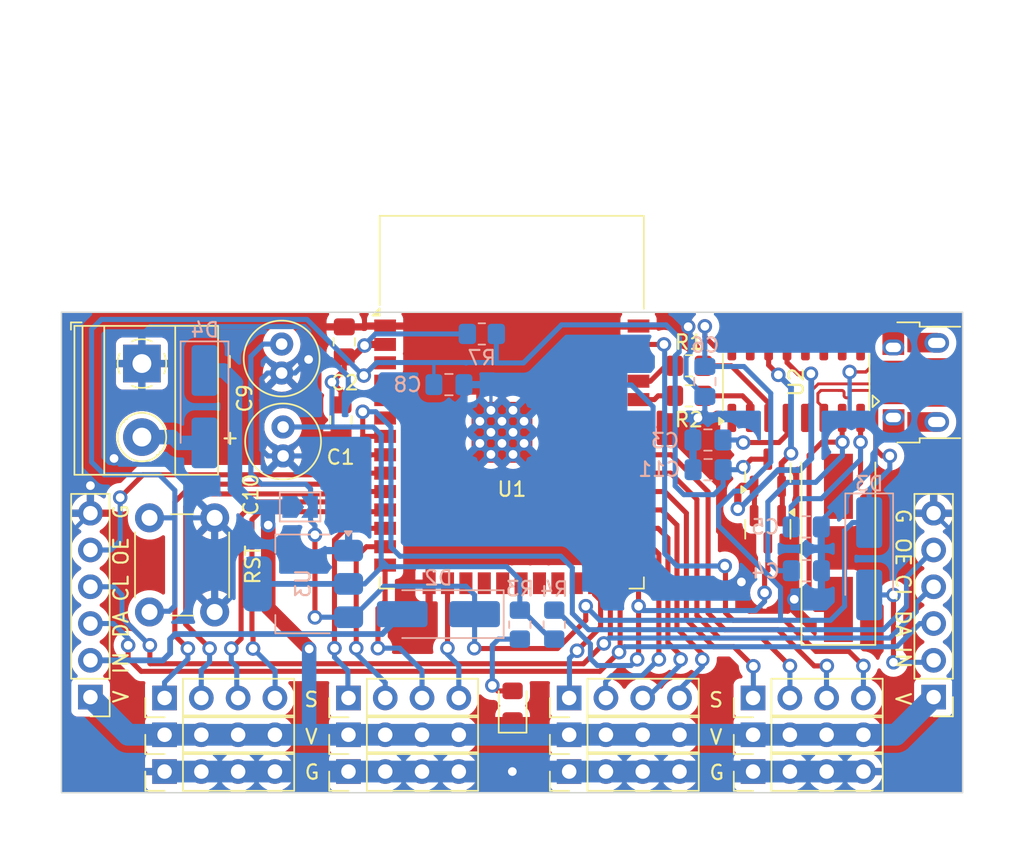
<source format=kicad_pcb>
(kicad_pcb (version 20241229) (generator "pcbnew") (generator_version "9.0")
  (title_block (title "ESP32_PCA9685") (date "2025-02-04") (rev "1") (company "Elka Digital"))
  (layers (0 "F.Cu" signal) (2 "B.Cu" signal) (13 "F.Paste" user) (15 "B.Paste" user) (5 "F.SilkS" user "F.Silkscreen") (7 "B.SilkS" user "B.Silkscreen") (1 "F.Mask" user) (3 "B.Mask" user) (25 "Edge.Cuts" user))
  (net 0 "")
  (net 1 "+3V3")
  (net 2 "GND")
  (net 3 "Net-(U2-V3)")
  (net 4 "Net-(U2-XI)")
  (net 5 "Net-(U2-XO)")
  (net 6 "VCC")
  (net 7 "+5V")
  (net 8 "Reset")
  (net 9 "Net-(D1-A)")
  (net 10 "Net-(D2-A)")
  (net 11 "Net-(D3-A)")
  (net 24 "USB_D-")
  (net 25 "USB_D+")
  (net 27 "PWM2")
  (net 28 "PWM4")
  (net 29 "PWM1")
  (net 30 "PWM3")
  (net 31 "PWM5")
  (net 32 "PWM7")
  (net 33 "PWM8")
  (net 34 "PWM6")
  (net 35 "PWM9")
  (net 36 "PWM10")
  (net 37 "PWM12")
  (net 38 "PWM11")
  (net 39 "PWM16")
  (net 40 "PWM13")
  (net 41 "PWM15")
  (net 42 "PWM14")
  (net 43 "I2C_SDA")
  (net 44 "OE")
  (net 45 "I2C_SCL")
  (net 46 "DTR")
  (net 47 "RTS")
  (net 48 "IO0")
  (net 49 "Net-(U1-TXD0{slash}IO1)")
  (net 50 "Net-(U1-RXD0{slash}IO3)")
  (net 67 "/RX_D-")
  (net 68 "/TX_D+")
  (net 69 "Net-(D4-A)")
  (footprint "Connector_PinHeader_2.54mm:PinHeader_1x04_P2.54mm_Vertical" (layer "F.Cu") (at 157.83 92.705 90)
    (property "Reference" "J10" (hide yes))
    (property "Value" "Conn_01x04_Pin")
  )
  (footprint "Connector_PinHeader_2.54mm:PinHeader_1x04_P2.54mm_Vertical" (layer "F.Cu") (at 145.13 90.165 90)
    (property "Reference" "J5" (hide yes))
    (property "Value" "Conn_01x04_Pin")
  )
  (footprint "Connector_PinHeader_2.54mm:PinHeader_1x04_P2.54mm_Vertical" (layer "F.Cu") (at 117.19 92.705 90)
    (property "Reference" "J7" (hide yes))
    (property "Value" "Conn_01x04_Pin")
  )
  (footprint "Connector_PinHeader_2.54mm:PinHeader_1x04_P2.54mm_Vertical" (layer "F.Cu") (at 129.89 90.165 90)
    (property "Reference" "J4" (hide yes))
    (property "Value" "Conn_01x04_Pin")
  )
  (footprint "Connector_PinHeader_2.54mm:PinHeader_1x04_P2.54mm_Vertical" (layer "F.Cu") (at 157.83 90.165 90)
    (property "Reference" "J6" (hide yes))
    (property "Value" "Conn_01x04_Pin")
  )
  (footprint "Package_TO_SOT_SMD:SOT-23" (layer "F.Cu") (at 158.85 78.5125 -90)
    (property "Reference" "Q2" (hide yes))
    (property "Value" "BSS138")
  )
  (footprint "Connector_PinHeader_2.54mm:PinHeader_1x06_P2.54mm_Vertical" (layer "F.Cu") (at 112.07 90.105 180)
    (property "Reference" "J15" (hide yes))
    (property "Value" "Conn_01x06_Pin")
  )
  (footprint "Button_Switch_THT:SW_PUSH_6mm" (layer "F.Cu") (at 116.15 84.225 90)
    (property "Reference" "Reset1" (hide yes))
    (property "Value" "SW_Push")
  )
  (footprint "Connector_PinHeader_2.54mm:PinHeader_1x04_P2.54mm_Vertical" (layer "F.Cu") (at 129.89 92.705 90)
    (property "Reference" "J8" (hide yes))
    (property "Value" "Conn_01x04_Pin")
  )
  (footprint "RF_Module:ESP32-WROOM-32" (layer "F.Cu") (at 141.17 72.73)
    (property "Reference" "U1")
    (property "Value" "ESP32-WROOM-32D")
  )
  (footprint "Resistor_SMD:R_0805_2012Metric_Pad1.20x1.40mm_HandSolder" (layer "F.Cu") (at 153.4 69.3 180)
    (property "Reference" "R2")
    (property "Value" "0R")
  )
  (footprint "Capacitor_THT:C_Radial_D5.0mm_H11.0mm_P2.00mm" (layer "F.Cu") (at 125.275 65.725 -90)
    (property "Reference" "C9")
    (property "Value" "10uF")
  )
  (footprint "Connector_PinHeader_2.54mm:PinHeader_1x06_P2.54mm_Vertical" (layer "F.Cu") (at 170.3 90.105 180)
    (property "Reference" "J16" (hide yes))
    (property "Value" "Conn_01x06_Pin")
  )
  (footprint "Package_TO_SOT_SMD:SOT-23" (layer "F.Cu") (at 158.85 74.6125 90)
    (property "Reference" "Q1" (hide yes))
    (property "Value" "BSS138")
  )
  (footprint "Connector_PinHeader_2.54mm:PinHeader_1x04_P2.54mm_Vertical" (layer "F.Cu") (at 117.19 90.165 90)
    (property "Reference" "J3" (hide yes))
    (property "Value" "Conn_01x04_Pin")
  )
  (footprint "TerminalBlock_Phoenix:TerminalBlock_Phoenix_MKDS-1,5-2-5.08_1x02_P5.08mm_Horizontal" (layer "F.Cu") (at 115.625 67.07 -90)
    (property "Reference" "J2" (hide yes))
    (property "Value" "InputSupply+5V")
  )
  (footprint "Crystal:Crystal_SMD_HC49-SD" (layer "F.Cu") (at 163.725 79.8 90)
    (property "Reference" "Y1" (hide yes))
    (property "Value" "Crystal")
  )
  (footprint "Connector_PinHeader_2.54mm:PinHeader_1x04_P2.54mm_Vertical" (layer "F.Cu") (at 145.13 92.705 90)
    (property "Reference" "J9" (hide yes))
    (property "Value" "Conn_01x04_Pin")
  )
  (footprint "Capacitor_THT:C_Radial_D5.0mm_H11.0mm_P2.00mm" (layer "F.Cu") (at 125.375 71.45 -90)
    (property "Reference" "C10")
    (property "Value" "22uF")
  )
  (footprint "Connector_PinHeader_2.54mm:PinHeader_1x04_P2.54mm_Vertical" (layer "F.Cu") (at 117.19 95.245 90)
    (property "Reference" "J11" (hide yes))
    (property "Value" "Conn_01x04_Pin")
  )
  (footprint "Capacitor_SMD:C_0805_2012Metric_Pad1.18x1.45mm_HandSolder" (layer "F.Cu") (at 129.375 70.9625 -90)
    (property "Reference" "C1")
    (property "Value" "100nF")
  )
  (footprint "Resistor_SMD:R_0805_2012Metric_Pad1.20x1.40mm_HandSolder" (layer "F.Cu") (at 153.4 67.225 180)
    (property "Reference" "R1")
    (property "Value" "0R")
  )
  (footprint "Connector_USB:USB_Micro-B_Amphenol_10103594-0001LF_Horizontal" (layer "F.Cu") (at 169.4 68.35 90)
    (property "Reference" "J1" (hide yes))
    (property "Value" "USB_B_Micro")
  )
  (footprint "Capacitor_SMD:C_0805_2012Metric_Pad1.18x1.45mm_HandSolder" (layer "F.Cu") (at 129.6 65.575 90)
    (property "Reference" "C2")
    (property "Value" "1uF")
  )
  (footprint "Connector_PinHeader_2.54mm:PinHeader_1x04_P2.54mm_Vertical" (layer "F.Cu") (at 129.89 95.245 90)
    (property "Reference" "J12" (hide yes))
    (property "Value" "Conn_01x04_Pin")
  )
  (footprint "LED_SMD:LED_0805_2012Metric_Pad1.15x1.40mm_HandSolder" (layer "F.Cu") (at 141.225 90.7 90)
    (property "Reference" "D1" (hide yes))
    (property "Value" "LED")
  )
  (footprint "Package_SO:SOIC-16_3.9x9.9mm_P1.27mm" (layer "F.Cu") (at 160.81 68.35 90)
    (property "Reference" "U2")
    (property "Value" "CH340G")
  )
  (footprint "Connector_PinHeader_2.54mm:PinHeader_1x04_P2.54mm_Vertical" (layer "F.Cu") (at 145.13 95.245 90)
    (property "Reference" "J13" (hide yes))
    (property "Value" "Conn_01x04_Pin")
  )
  (footprint "Connector_PinHeader_2.54mm:PinHeader_1x04_P2.54mm_Vertical" (layer "F.Cu") (at 157.83 95.245 90)
    (property "Reference" "J14" (hide yes))
    (property "Value" "Conn_01x04_Pin")
  )
  (footprint "Resistor_SMD:R_0805_2012Metric_Pad1.20x1.40mm_HandSolder" (layer "B.Cu") (at 144.1 85.1 -90)
    (property "Reference" "R4")
    (property "Value" "10K")
  )
  (footprint "Capacitor_SMD:C_0805_2012Metric_Pad1.18x1.45mm_HandSolder" (layer "B.Cu") (at 154.725 74.4 180)
    (property "Reference" "C11")
    (property "Value" "1uF")
  )
  (footprint "Diode_SMD:D_SMA_Handsoldering" (layer "B.Cu") (at 119.95 70.05 -90)
    (property "Reference" "D4")
    (property "Value" "1N4001")
  )
  (footprint "Jumper:SolderJumper-2_P1.3mm_Open_TrianglePad1.0x1.5mm" (layer "B.Cu") (at 126.55 76.975)
    (property "Reference" "JP1" (hide yes))
    (property "Value" "Jumper_2_Open")
  )
  (footprint "Diode_SMD:D_SMA_Handsoldering" (layer "B.Cu") (at 165.85 80.55 -90)
    (property "Reference" "D3")
    (property "Value" "1N4001")
  )
  (footprint "Capacitor_SMD:C_0805_2012Metric_Pad1.18x1.45mm_HandSolder" (layer "B.Cu") (at 154.7125 72.35 180)
    (property "Reference" "C3")
    (property "Value" "100nF")
  )
  (footprint "Resistor_SMD:R_0805_2012Metric_Pad1.20x1.40mm_HandSolder" (layer "B.Cu") (at 139.1 65.025)
    (property "Reference" "R7")
    (property "Value" "10K")
  )
  (footprint "Capacitor_SMD:C_0805_2012Metric_Pad1.18x1.45mm_HandSolder" (layer "B.Cu") (at 136.825 68.525)
    (property "Reference" "C8")
    (property "Value" "100nF")
  )
  (footprint "Capacitor_SMD:C_0805_2012Metric_Pad1.18x1.45mm_HandSolder" (layer "B.Cu") (at 161.5125 81.375)
    (property "Reference" "C4")
    (property "Value" "22pF")
  )
  (footprint "Capacitor_SMD:C_0805_2012Metric_Pad1.18x1.45mm_HandSolder" (layer "B.Cu") (at 154.5 68.3125 -90)
    (property "Reference" "C6")
    (property "Value" "100nF")
  )
  (footprint "Resistor_SMD:R_0805_2012Metric_Pad1.20x1.40mm_HandSolder" (layer "B.Cu") (at 141.725 85.1 90)
    (property "Reference" "R3")
    (property "Value" "10K")
  )
  (footprint "Capacitor_SMD:C_0805_2012Metric_Pad1.18x1.45mm_HandSolder" (layer "B.Cu") (at 161.5 78.35)
    (property "Reference" "C5")
    (property "Value" "22pF")
  )
  (footprint "Diode_SMD:D_SMA_Handsoldering" (layer "B.Cu") (at 136.1 84.375 180)
    (property "Reference" "D2")
    (property "Value" "1N4001")
  )
  (footprint "Package_TO_SOT_SMD:SOT-223-3_TabPin2" (layer "B.Cu") (at 126.75 82.2875 180)
    (property "Reference" "U3")
    (property "Value" "AMS1117-3.3")
  )
  (gr_rect (start 110.07 63.53) (end 172.3 96.705) (stroke (width 0.1)) (fill no) (layer "Edge.Cuts"))
  (gr_text "V" (at 114.77 90.605 90) (layer "F.SilkS") (effects (font (size 1 1)) (justify left bottom)))
  (gr_text "V" (at 167.6 89.705 -90) (layer "F.SilkS") (effects (font (size 1 1)) (justify left bottom)))
  (gr_text "+" (at 121 72.75 0) (layer "F.SilkS") (effects (font (size 1 1)) (justify left bottom)))
  (gr_text "DA" (at 114.77 86.105 90) (layer "F.SilkS") (effects (font (size 1 1)) (justify left bottom)))
  (gr_text "G" (at 126.775 95.875 0) (layer "F.SilkS") (effects (font (size 1 1)) (justify left bottom)))
  (gr_text "-" (at 122.2 67.65 90) (layer "F.SilkS") (effects (font (size 1 1)) (justify left bottom)))
  (gr_text "S" (at 155.85 89.625 180) (layer "F.SilkS") (effects (font (size 1 1)) (justify left bottom)))
  (gr_text "DA" (at 167.6 84.005 -90) (layer "F.SilkS") (effects (font (size 1 1)) (justify left bottom)))
  (gr_text "IN" (at 114.77 88.605 90) (layer "F.SilkS") (effects (font (size 1 1)) (justify left bottom)))
  (gr_text "S" (at 127.9 89.6 180) (layer "F.SilkS") (effects (font (size 1 1)) (justify left bottom)))
  (gr_text "V" (at 154.75 93.45 0) (layer "F.SilkS") (effects (font (size 1 1)) (justify left bottom)))
  (gr_text "RST" (at 123.875 82.425 90) (layer "F.SilkS") (effects (font (size 1 1)) (justify left bottom)))
  (gr_text "CL" (at 167.6 81.505 -90) (layer "F.SilkS") (effects (font (size 1 1)) (justify left bottom)))
  (gr_text "CL" (at 114.77 83.605 90) (layer "F.SilkS") (effects (font (size 1 1)) (justify left bottom)))
  (gr_text "OE" (at 167.6 79.005 -90) (layer "F.SilkS") (effects (font (size 1 1)) (justify left bottom)))
  (gr_text "IN" (at 167.6 86.505 -90) (layer "F.SilkS") (effects (font (size 1 1)) (justify left bottom)))
  (gr_text "G" (at 114.77 77.905 90) (layer "F.SilkS") (effects (font (size 1 1)) (justify left bottom)))
  (gr_text "G" (at 167.6 77.005 -90) (layer "F.SilkS") (effects (font (size 1 1)) (justify left bottom)))
  (gr_text "G" (at 154.725 95.9 0) (layer "F.SilkS") (effects (font (size 1 1)) (justify left bottom)))
  (gr_text "OE" (at 114.77 81.105 90) (layer "F.SilkS") (effects (font (size 1 1)) (justify left bottom)))
  (gr_text "V" (at 126.8 93.425 0) (layer "F.SilkS") (effects (font (size 1 1)) (justify left bottom)))
  (segment (start 132.42 65.75) (end 131.075 65.75) (width 0.5) (layer "F.Cu") (net 1))
  (segment (start 130.2125 66.6125) (end 129.6 66.6125) (width 0.5) (layer "F.Cu") (net 1))
  (segment (start 129.6 66.6125) (end 129.6 67.5) (width 0.35) (layer "F.Cu") (net 1))
  (segment (start 129.375 69.7375) (end 129.375 68.975) (width 0.35) (layer "F.Cu") (net 1))
  (segment (start 131 65.825) (end 130.2125 66.6125) (width 0.5) (layer "F.Cu") (net 1))
  (segment (start 129.6 67.5) (end 128.75 68.35) (width 0.35) (layer "F.Cu") (net 1))
  (segment (start 129.6 69.9625) (end 129.375 69.7375) (width 0.35) (layer "F.Cu") (net 1))
  (segment (start 131.075 65.75) (end 131 65.825) (width 0.5) (layer "F.Cu") (net 1))
  (segment (start 129.375 68.975) (end 128.75 68.35) (width 0.35) (layer "F.Cu") (net 1))
  (via (at 128.75 68.35) (size 1) (drill 0.6) (layers "F.Cu" "B.Cu") (net 1))
  (via (at 131 65.825) (size 1) (drill 0.6) (layers "F.Cu" "B.Cu") (net 1))
  (segment (start 129.9 82.2875) (end 131.0125 82.2875) (width 0.35) (layer "B.Cu") (net 1))
  (segment (start 128.75 68.35) (end 128.75 71.45) (width 0.35) (layer "B.Cu") (net 1))
  (segment (start 129.6 71.45) (end 131.6 71.45) (width 0.35) (layer "B.Cu") (net 1))
  (segment (start 131.0125 82.2875) (end 132.15 81.15) (width 0.35) (layer "B.Cu") (net 1))
  (segment (start 132.15 81.1) (end 132.625 81.1) (width 0.35) (layer "B.Cu") (net 1))
  (segment (start 141.725 84.1) (end 141.875 84.1) (width 0.35) (layer "B.Cu") (net 1))
  (segment (start 125.375 71.45) (end 129.6 71.45) (width 0.35) (layer "B.Cu") (net 1))
  (segment (start 143.875 86.1) (end 144.1 86.1) (width 0.35) (layer "B.Cu") (net 1))
  (segment (start 123.6 82.2875) (end 129.9 82.2875) (width 0.4) (layer "B.Cu") (net 1))
  (segment (start 140.825 81.1) (end 141.725 82) (width 0.35) (layer "B.Cu") (net 1))
  (segment (start 141.875 84.1) (end 143.875 86.1) (width 0.35) (layer "B.Cu") (net 1))
  (segment (start 141.725 82) (end 141.725 84.1) (width 0.35) (layer "B.Cu") (net 1))
  (segment (start 132.15 81.1) (end 132.15 80.65) (width 0.35) (layer "B.Cu") (net 1))
  (segment (start 132.625 81.1) (end 140.825 81.1) (width 0.35) (layer "B.Cu") (net 1))
  (segment (start 132.6 81.1) (end 132.625 81.1) (width 0.35) (layer "B.Cu") (net 1))
  (segment (start 132.15 81.15) (end 132.15 81.1) (width 0.35) (layer "B.Cu") (net 1))
  (segment (start 131.6 71.45) (end 132.15 72) (width 0.35) (layer "B.Cu") (net 1))
  (segment (start 138.1 65.025) (end 131.75 65.025) (width 0.35) (layer "B.Cu") (net 1))
  (segment (start 131.75 65.025) (end 131 65.775) (width 0.35) (layer "B.Cu") (net 1))
  (segment (start 132.15 80.65) (end 132.6 81.1) (width 0.35) (layer "B.Cu") (net 1))
  (segment (start 132.15 72) (end 132.15 80.65) (width 0.35) (layer "B.Cu") (net 1))
  (segment (start 157.025 82.15) (end 157.025 80.225) (width 0.35) (layer "F.Cu") (net 2))
  (segment (start 127.85 66.775) (end 127.15 66.775) (width 0.35) (layer "F.Cu") (net 2))
  (segment (start 127.85 64.9) (end 127.85 66.075) (width 0.35) (layer "F.Cu") (net 2))
  (segment (start 127.85 71.725) (end 128.1625 72.0375) (width 0.35) (layer "F.Cu") (net 2))
  (segment (start 112.07 75.5) (end 112.075 75.495) (width 0.23) (layer "F.Cu") (net 2))
  (segment (start 160.675 83.725) (end 160.675 83.35) (width 0.35) (layer "F.Cu") (net 2))
  (segment (start 129.6575 64.48) (end 129.6 64.5375) (width 0.35) (layer "F.Cu") (net 2))
  (segment (start 160.225 84.175) (end 160.675 83.725) (width 0.35) (layer "F.Cu") (net 2))
  (segment (start 153.475 64.525) (end 153.35 64.525) (width 0.35) (layer "F.Cu") (net 2))
  (segment (start 127.85 66.075) (end 127.85 71.725) (width 0.35) (layer "F.Cu") (net 2))
  (segment (start 112.075 75.25) (end 113.7 73.625) (width 0.3) (layer "F.Cu") (net 2))
  (segment (start 112.075 75.495) (end 112.075 75.25) (width 0.23) (layer "F.Cu") (net 2))
  (segment (start 155.45 72.25) (end 154.025 70.825) (width 0.35) (layer "F.Cu") (net 2))
  (segment (start 157.025 80.225) (end 155.45 78.65) (width 0.35) (layer "F.Cu") (net 2))
  (segment (start 127.15 66.775) (end 127.1375 66.7875) (width 0.35) (layer "F.Cu") (net 2))
  (segment (start 135.46 64.885) (end 135.055 64.48) (width 0.35) (layer "F.Cu") (net 2))
  (segment (start 157.025 82.15) (end 157.025 83.625) (width 0.35) (layer "F.Cu") (net 2))
  (segment (start 129.6 64.5375) (end 128.2125 64.5375) (width 0.35) (layer "F.Cu") (net 2))
  (segment (start 132.42 64.48) (end 129.6575 64.48) (width 0.35) (layer "F.Cu") (net 2))
  (segment (start 141.225 95.225) (end 141.225 91.725) (width 0.35) (layer "F.Cu") (net 2))
  (segment (start 141.205 95.245) (end 141.225 95.225) (width 0.35) (layer "F.Cu") (net 2))
  (segment (start 135.055 64.48) (end 132.42 64.48) (width 0.35) (layer "F.Cu") (net 2))
  (segment (start 153.35 64.525) (end 153.305 64.48) (width 0.35) (layer "F.Cu") (net 2))
  (segment (start 128.1625 72.0375) (end 129.6 72.0375) (width 0.35) (layer "F.Cu") (net 2))
  (segment (start 128.2125 64.5375) (end 127.85 64.9) (width 0.35) (layer "F.Cu") (net 2))
  (segment (start 166.2 67.075) (end 165.625 67.65) (width 0.23) (layer "F.Cu") (net 2))
  (segment (start 156.365 70.825) (end 154.025 70.825) (width 0.35) (layer "F.Cu") (net 2))
  (segment (start 157.575 84.175) (end 160.225 84.175) (width 0.35) (layer "F.Cu") (net 2))
  (segment (start 135.46 82.24) (end 135.46 64.885) (width 0.35) (layer "F.Cu") (net 2))
  (segment (start 153.305 64.48) (end 149.92 64.48) (width 0.35) (layer "F.Cu") (net 2))
  (segment (start 167.635 67.075) (end 166.2 67.075) (width 0.23) (layer "F.Cu") (net 2))
  (segment (start 157.025 83.625) (end 157.575 84.175) (width 0.35) (layer "F.Cu") (net 2))
  (segment (start 165.625 67.65) (end 164.5 67.65) (width 0.23) (layer "F.Cu") (net 2))
  (segment (start 153.5 64.5) (end 153.475 64.525) (width 0.35) (layer "F.Cu") (net 2))
  (segment (start 155.45 78.65) (end 155.45 72.25) (width 0.35) (layer "F.Cu") (net 2))
  (via (at 154.025 70.825) (size 1) (drill 0.6) (layers "F.Cu" "B.Cu") (net 2))
  (via (at 153.35 64.525) (size 1) (drill 0.6) (layers "F.Cu" "B.Cu") (net 2))
  (via (at 160.675 83.35) (size 1) (drill 0.6) (layers "F.Cu" "B.Cu") (net 2))
  (via (at 113.7 73.625) (size 1) (drill 0.6) (layers "F.Cu" "B.Cu") (net 2))
  (via (at 127.1375 66.7875) (size 1) (drill 0.6) (layers "F.Cu" "B.Cu") (net 2))
  (via (at 112.07 75.5) (size 1) (drill 0.6) (layers "F.Cu" "B.Cu") (net 2))
  (via (at 141.205 95.245) (size 1) (drill 0.6) (layers "F.Cu" "B.Cu") (net 2))
  (via (at 157.025 82.15) (size 1) (drill 0.6) (layers "F.Cu" "B.Cu") (net 2))
  (via (at 164.5 67.65) (size 1) (drill 0.6) (layers "F.Cu" "B.Cu") (net 2))
  (segment (start 149.425 68.55) (end 150.925 70.05) (width 0.35) (layer "B.Cu") (net 2))
  (segment (start 137.8875 68.55) (end 139.725 68.55) (width 0.35) (layer "B.Cu") (net 2))
  (segment (start 124.3 67.725) (end 125.275 67.725) (width 0.35) (layer "B.Cu") (net 2))
  (segment (start 168.3675 95.245) (end 165.45 95.245) (width 0.3) (layer "B.Cu") (net 2))
  (segment (start 156.2 82.975) (end 157.025 82.15) (width 0.35) (layer "B.Cu") (net 2))
  (segment (start 127.1375 66.7875) (end 127.1375 64.8125) (width 0.35) (layer "B.Cu") (net 2))
  (segment (start 123.9 69.625) (end 123.875 69.6) (width 0.35) (layer "B.Cu") (net 2))
  (segment (start 153.175 82.975) (end 156.2 82.975) (width 0.35) (layer "B.Cu") (net 2))
  (segment (start 129.9 74.05) (end 129.3 73.45) (width 0.35) (layer "B.Cu") (net 2))
  (segment (start 153.48 64.48) (end 153.48 66.32) (width 0.35) (layer "B.Cu") (net 2))
  (segment (start 113.35 67.65) (end 113.93 67.07) (width 0.35) (layer "B.Cu") (net 2))
  (segment (start 153.2 66.6) (end 153.2 68.05) (width 0.35) (layer "B.Cu") (net 2))
  (segment (start 130.125 69.2) (end 132.35 69.2) (width 0.35) (layer "B.Cu") (net 2))
  (segment (start 133.5 70.35) (end 136.875 70.35) (width 0.35) (layer "B.Cu") (net 2))
  (segment (start 162 83.35) (end 160.675 83.35) (width 0.35) (layer "B.Cu") (net 2))
  (segment (start 165 71.15) (end 164.5 70.65) (width 0.3) (layer "B.Cu") (net 2))
  (segment (start 123.875 69.6) (end 123.9 69.575) (width 0.35) (layer "B.Cu") (net 2))
  (segment (start 118.65 77.3) (end 118.65 75.325) (width 0.35) (layer "B.Cu") (net 2))
  (segment (start 120.65 77.725) (end 120.65 84.225) (width 0.5) (layer "B.Cu") (net 2))
  (segment (start 129.875 67.975) (end 129.875 68.95) (width 0.35) (layer "B.Cu") (net 2))
  (segment (start 139.7275 70.295) (end 139.7275 68.5525) (width 0.23) (layer "B.Cu") (net 2))
  (segment (start 129.3 73.45) (end 125.375 73.45) (width 0.35) (layer "B.Cu") (net 2))
  (segment (start 162.55 81.375) (end 162.55 82.8) (width 0.35) (layer "B.Cu") (net 2))
  (segment (start 162.5375 77.9125) (end 166.2875 74.1625) (width 0.3) (layer "B.Cu") (net 2))
  (segment (start 129.875 68.95) (end 130.125 69.2) (width 0.35) (layer "B.Cu") (net 2))
  (segment (start 128.6875 66.7875) (end 129.875 67.975) (width 0.35) (layer "B.Cu") (net 2))
  (segment (start 120.65 77.725) (end 119.075 77.725) (width 0.35) (layer "B.Cu") (net 2))
  (segment (start 162.5375 78.35) (end 162.5375 81.3625) (width 0.35) (layer "B.Cu") (net 2))
  (segment (start 166.2875 71.3875) (end 166.05 71.15) (width 0.3) (layer "B.Cu") (net 2))
  (segment (start 160.575 83.35) (end 160.65 83.275) (width 0.35) (layer "B.Cu") (net 2))
  (segment (start 136.875 70.35) (end 137.8625 69.3625) (width 0.35) (layer "B.Cu") (net 2))
  (segment (start 123.9 68.125) (end 124.3 67.725) (width 0.35) (layer "B.Cu") (net 2))
  (segment (start 170.3 74.225) (end 170.3 77.405) (width 0.3) (layer "B.Cu") (net 2))
  (segment (start 153.48 66.32) (end 153.2 66.6) (width 0.35) (layer "B.Cu") (net 2))
  (segment (start 123.9 69.575) (end 123.9 68.125) (width 0.35) (layer "B.Cu") (net 2))
  (segment (start 153.675 74.3875) (end 153.6875 74.4) (width 0.35) (layer "B.Cu") (net 2))
  (segment (start 112.07 77.405) (end 110.6 78.875) (width 0.3) (layer "B.Cu") (net 2))
  (segment (start 132.35 69.2) (end 133.5 70.35) (width 0.35) (layer "B.Cu") (net 2))
  (segment (start 114.1 74.025) (end 113.35 73.275) (width 0.35) (layer "B.Cu") (net 2))
  (segment (start 125.375 73.45) (end 124.325 73.45) (width 0.35) (layer "B.Cu") (net 2))
  (segment (start 127.1375 66.7875) (end 128.6875 66.7875) (width 0.35) (layer "B.Cu") (net 2))
  (segment (start 119.075 77.725) (end 118.65 77.3) (width 0.35) (layer "B.Cu") (net 2))
  (segment (start 162.5375 78.35) (end 162.5375 77.9125) (width 0.35) (layer "B.Cu") (net 2))
  (segment (start 171.725 78.83) (end 171.725 91.8875) (width 0.3) (layer "B.Cu") (net 2))
  (segment (start 154.5 69.35) (end 154.5 70.35) (width 0.35) (layer "B.Cu") (net 2))
  (segment (start 123.9 73.025) (end 123.9 69.625) (width 0.35) (layer "B.Cu") (net 2))
  (segment (start 171.725 91.8875) (end 168.3675 95.245) (width 0.3) (layer "B.Cu") (net 2))
  (segment (start 113.93 67.07) (end 115.625 67.07) (width 0.35) (layer "B.Cu") (net 2))
  (segment (start 127.1375 64.8125) (end 126.845 64.52) (width 0.35) (layer "B.Cu") (net 2))
  (segment (start 113.35 73.275) (end 113.35 67.65) (width 0.35) (layer "B.Cu") (net 2))
  (segment (start 141.205 95.245) (end 117.19 95.245) (width 1.5) (layer "B.Cu") (net 2))
  (segment (start 112.07 75.5) (end 112.07 77.405) (width 0.3) (layer "B.Cu") (net 2))
  (segment (start 166.2875 72.375) (end 168.45 72.375) (width 0.3) (layer "B.Cu") (net 2))
  (segment (start 139.7275 68.5525) (end 139.725 68.55) (width 0.23) (layer "B.Cu") (net 2))
  (segment (start 166.2875 74.1625) (end 166.2875 71.3875) (width 0.3) (layer "B.Cu") (net 2))
  (segment (start 150.925 70.05) (end 150.925 80.725) (width 0.35) (layer "B.Cu") (net 2))
  (segment (start 164.5 70.65) (end 164.5 67.65) (width 0.3) (layer "B.Cu") (net 2))
  (segment (start 162.55 82.8) (end 162 83.35) (width 0.35) (layer "B.Cu") (net 2))
  (segment (start 153.675 71.175) (end 153.675 72.35) (width 0.35) (layer "B.Cu") (net 2))
  (segment (start 110.6 91.875) (end 113.97 95.245) (width 0.3) (layer "B.Cu") (net 2))
  (segment (start 126.2 67.725) (end 125.275 67.725) (width 0.35) (layer "B.Cu") (net 2))
  (segment (start 117.35 74.025) (end 114.1 74.025) (width 0.35) (layer "B.Cu") (net 2))
  (segment (start 150.925 80.725) (end 153.175 82.975) (width 0.35) (layer "B.Cu") (net 2))
  (segment (start 116.205 64.52) (end 115.625 65.1) (width 0.35) (layer "B.Cu") (net 2))
  (segment (start 153.675 72.35) (end 153.675 74.3875) (width 0.35) (layer "B.Cu") (net 2))
  (segment (start 153.2 68.05) (end 154.5 69.35) (width 0.35) (layer "B.Cu") (net 2))
  (segment (start 168.45 72.375) (end 170.3 74.225) (width 0.3) (layer "B.Cu") (net 2))
  (segment (start 162.5375 81.3625) (end 162.55 81.375) (width 0.35) (layer "B.Cu") (net 2))
  (segment (start 141.205 95.245) (end 165.45 95.245) (width 1.5) (layer "B.Cu") (net 2))
  (segment (start 139.725 68.55) (end 149.425 68.55) (width 0.35) (layer "B.Cu") (net 2))
  (segment (start 115.625 65.1) (end 115.625 67.07) (width 0.35) (layer "B.Cu") (net 2))
  (segment (start 137.8625 69.3625) (end 137.8625 68.525) (width 0.35) (layer "B.Cu") (net 2))
  (segment (start 166.05 71.15) (end 165 71.15) (width 0.3) (layer "B.Cu") (net 2))
  (segment (start 127.1375 66.7875) (end 126.2 67.725) (width 0.35) (layer "B.Cu") (net 2))
  (segment (start 113.97 95.245) (end 117.19 95.245) (width 0.3) (layer "B.Cu") (net 2))
  (segment (start 118.65 75.325) (end 117.35 74.025) (width 0.35) (layer "B.Cu") (net 2))
  (segment (start 154.025 70.825) (end 153.675 71.175) (width 0.35) (layer "B.Cu") (net 2))
  (segment (start 110.6 78.875) (end 110.6 91.875) (width 0.3) (layer "B.Cu") (net 2))
  (segment (start 137.8625 68.525) (end 137.8875 68.55) (width 0.35) (layer "B.Cu") (net 2))
  (segment (start 170.3 77.405) (end 171.725 78.83) (width 0.3) (layer "B.Cu") (net 2))
  (segment (start 129.9 79.9875) (end 129.9 74.05) (width 0.35) (layer "B.Cu") (net 2))
  (segment (start 126.845 64.52) (end 116.205 64.52) (width 0.35) (layer "B.Cu") (net 2))
  (segment (start 154.5 70.35) (end 154.025 70.825) (width 0.35) (layer "B.Cu") (net 2))
  (segment (start 124.325 73.45) (end 123.9 73.025) (width 0.35) (layer "B.Cu") (net 2))
  (segment (start 157.125 72.425) (end 157.125 72.5) (width 0.35) (layer "F.Cu") (net 3))
  (segment (start 159.625 72.525) (end 160.175 71.975) (width 0.35) (layer "F.Cu") (net 3))
  (segment (start 157.15 72.525) (end 159.625 72.525) (width 0.35) (layer "F.Cu") (net 3))
  (segment (start 160.175 71.975) (end 160.175 70.825) (width 0.35) (layer "F.Cu") (net 3))
  (segment (start 157.125 72.5) (end 157.15 72.525) (width 0.35) (layer "F.Cu") (net 3))
  (via (at 157.15 72.525) (size 1) (drill 0.6) (layers "F.Cu" "B.Cu") (net 3))
  (segment (start 157.15 72.525) (end 156.975 72.35) (width 0.35) (layer "B.Cu") (net 3))
  (segment (start 157.125 72.425) (end 157.15 72.45) (width 0.35) (layer "B.Cu") (net 3))
  (segment (start 156.975 72.35) (end 155.75 72.35) (width 0.35) (layer "B.Cu") (net 3))
  (segment (start 157.15 72.45) (end 157.15 72.525) (width 0.35) (layer "B.Cu") (net 3))
  (segment (start 163.985 72.485) (end 164 72.5) (width 0.35) (layer "F.Cu") (net 4))
  (segment (start 162.15 84.05) (end 163.725 84.05) (width 0.35) (layer "F.Cu") (net 4))
  (segment (start 161.7 73.4) (end 161.7 83.6) (width 0.35) (layer "F.Cu") (net 4))
  (segment (start 164 72.5) (end 162.6 72.5) (width 0.35) (layer "F.Cu") (net 4))
  (segment (start 161.7 83.6) (end 162.15 84.05) (width 0.35) (layer "F.Cu") (net 4))
  (segment (start 162.6 72.5) (end 161.7 73.4) (width 0.35) (layer "F.Cu") (net 4))
  (segment (start 163.985 70.825) (end 163.985 72.485) (width 0.35) (layer "F.Cu") (net 4))
  (via (at 164 72.5) (size 1) (drill 0.6) (layers "F.Cu" "B.Cu") (net 4))
  (segment (start 160.2 75.275) (end 162.15 75.275) (width 0.35) (layer "B.Cu") (net 4))
  (segment (start 162.15 75.275) (end 164 73.425) (width 0.35) (layer "B.Cu") (net 4))
  (segment (start 158.85 76.625) (end 160.2 75.275) (width 0.35) (layer "B.Cu") (net 4))
  (segment (start 160.475 81.375) (end 159.575 81.375) (width 0.35) (layer "B.Cu") (net 4))
  (segment (start 159.575 81.375) (end 158.85 80.65) (width 0.35) (layer "B.Cu") (net 4))
  (segment (start 164 73.425) (end 164 72.5) (width 0.35) (layer "B.Cu") (net 4))
  (segment (start 158.85 80.65) (end 158.85 76.625) (width 0.35) (layer "B.Cu") (net 4))
  (segment (start 165.25 72.525) (end 165.25 75.3) (width 0.35) (layer "F.Cu") (net 5))
  (segment (start 165.255 72.52) (end 165.25 72.525) (width 0.35) (layer "F.Cu") (net 5))
  (segment (start 165.255 70.825) (end 165.255 72.52) (width 0.35) (layer "F.Cu") (net 5))
  (segment (start 165.25 75.3) (end 165 75.55) (width 0.35) (layer "F.Cu") (net 5))
  (segment (start 165 75.55) (end 163.725 75.55) (width 0.35) (layer "F.Cu") (net 5))
  (via (at 165.25 72.5) (size 1) (drill 0.6) (layers "F.Cu" "B.Cu") (net 5))
  (segment (start 161 76.4) (end 162.55 76.4) (width 0.35) (layer "B.Cu") (net 5))
  (segment (start 160.4625 78.35) (end 160.4625 76.9375) (width 0.35) (layer "B.Cu") (net 5))
  (segment (start 162.55 76.4) (end 165.25 73.7) (width 0.35) (layer "B.Cu") (net 5))
  (segment (start 160.4625 76.9375) (end 161 76.4) (width 0.35) (layer "B.Cu") (net 5))
  (segment (start 165.25 73.7) (end 165.25 72.575) (width 0.35) (layer "B.Cu") (net 5))
  (segment (start 138.575 86.725) (end 138.6 86.6) (width 0.35) (layer "F.Cu") (net 6))
  (segment (start 166.675 69.675) (end 167.635 69.675) (width 0.35) (layer "F.Cu") (net 6))
  (segment (start 166.3 70.05) (end 166.675 69.675) (width 0.35) (layer "F.Cu") (net 6))
  (segment (start 167.275 73.45) (end 167.2 73.45) (width 0.35) (layer "F.Cu") (net 6))
  (segment (start 166.75 73.45) (end 166.3 73) (width 0.35) (layer "F.Cu") (net 6))
  (segment (start 167.275 73.45) (end 166.75 73.45) (width 0.35) (layer "F.Cu") (net 6))
  (segment (start 166.3 73) (end 166.3 70.05) (width 0.35) (layer "F.Cu") (net 6))
  (segment (start 127.575 84.6) (end 127.575 78.9) (width 0.35) (layer "F.Cu") (net 6))
  (segment (start 144.325 86.75) (end 138.6 86.75) (width 0.35) (layer "F.Cu") (net 6))
  (segment (start 154.5 65.225) (end 155.15 65.875) (width 0.35) (layer "F.Cu") (net 6))
  (segment (start 146.275 83.825) (end 146.275 84.8) (width 0.35) (layer "F.Cu") (net 6))
  (segment (start 146.275 84.8) (end 144.325 86.75) (width 0.35) (layer "F.Cu") (net 6))
  (segment (start 155.15 65.875) (end 156.365 65.875) (width 0.35) (layer "F.Cu") (net 6))
  (segment (start 154.5 64.525) (end 154.5 65.225) (width 0.35) (layer "F.Cu") (net 6))
  (segment (start 138.6 86.75) (end 138.575 86.725) (width 0.35) (layer "F.Cu") (net 6))
  (via (at 146.275 83.825) (size 1) (drill 0.6) (layers "F.Cu" "B.Cu") (net 6))
  (via (at 167.275 73.45) (size 1) (drill 0.6) (layers "F.Cu" "B.Cu") (net 6))
  (via (at 138.575 86.725) (size 1) (drill 0.6) (layers "F.Cu" "B.Cu") (net 6))
  (via (at 127.575 78.9) (size 1) (drill 0.6) (layers "F.Cu" "B.Cu") (net 6))
  (via (at 127.575 84.6) (size 1) (drill 0.6) (layers "F.Cu" "B.Cu") (net 6))
  (via (at 154.5 64.5) (size 1) (drill 0.6) (layers "F.Cu" "B.Cu") (net 6))
  (segment (start 157.2 67.275) (end 159.05 69.125) (width 0.35) (layer "B.Cu") (net 6))
  (segment (start 164.15 78.6) (end 164.7 78.05) (width 0.35) (layer "B.Cu") (net 6))
  (segment (start 129.9 84.5875) (end 130.2125 84.5875) (width 0.35) (layer "B.Cu") (net 6))
  (segment (start 159.725 84.8) (end 163.175 84.8) (width 0.35) (layer "B.Cu") (net 6))
  (segment (start 127.7 84.5875) (end 127.575 84.6) (width 0.35) (layer "B.Cu") (net 6))
  (segment (start 154.5 67.275) (end 154.5 64.425) (width 0.35) (layer "B.Cu") (net 6))
  (segment (start 130.2125 84.5875) (end 132.35 82.45) (width 0.35) (layer "B.Cu") (net 6))
  (segment (start 147.25 84.8) (end 159.725 84.8) (width 0.35) (layer "B.Cu") (net 6))
  (segment (start 164.15 83.825) (end 164.15 78.6) (width 0.35) (layer "B.Cu") (net 6))
  (segment (start 129.9 84.5875) (end 127.7 84.5875) (width 0.35) (layer "B.Cu") (net 6))
  (segment (start 155.45 76.975) (end 155.45 78.275) (width 0.35) (layer "B.Cu") (net 6))
  (segment (start 127.675 84.5875) (end 127.6875 84.5875) (width 0.35) (layer "B.Cu") (net 6))
  (segment (start 126.95 75.4) (end 123.875 75.4) (width 0.35) (layer "B.Cu") (net 6))
  (segment (start 159.725 82.55) (end 159.725 84.8) (width 0.35) (layer "B.Cu") (net 6))
  (segment (start 127.275 75.725) (end 126.95 75.4) (width 0.35) (layer "B.Cu") (net 6))
  (segment (start 146.275 83.825) (end 147.25 84.8) (width 0.35) (layer "B.Cu") (net 6))
  (segment (start 167.275 73.45) (end 167.275 74.35) (width 0.35) (layer "B.Cu") (net 6))
  (segment (start 138.6 86.7) (end 138.575 86.725) (width 0.35) (layer "B.Cu") (net 6))
  (segment (start 127.275 76.975) (end 127.275 75.725) (width 0.35) (layer "B.Cu") (net 6))
  (segment (start 127.275 77.95) (end 127.575 78.25) (width 0.35) (layer "B.Cu") (net 6))
  (segment (start 132.35 82.45) (end 138 82.45) (width 0.35) (layer "B.Cu") (net 6))
  (segment (start 127.275 76.975) (end 127.275 77.95) (width 0.35) (layer "B.Cu") (net 6))
  (segment (start 123.875 75.4) (end 123.15 74.675) (width 0.35) (layer "B.Cu") (net 6))
  (segment (start 157.05 75.875) (end 156.55 75.875) (width 0.35) (layer "B.Cu") (net 6))
  (segment (start 127.575 84.6) (end 127.675 84.5875) (width 0.35) (layer "B.Cu") (net 6))
  (segment (start 127.575 78.25) (end 127.575 78.9) (width 0.35) (layer "B.Cu") (net 6))
  (segment (start 159.05 73.875) (end 157.05 75.875) (width 0.35) (layer "B.Cu") (net 6))
  (segment (start 167.275 74.35) (end 165.85 75.775) (width 0.35) (layer "B.Cu") (net 6))
  (segment (start 154.5 64.425) (end 154.475 64.4) (width 0.35) (layer "B.Cu") (net 6))
  (segment (start 123.15 66.575) (end 124 65.725) (width 0.35) (layer "B.Cu") (net 6))
  (segment (start 155.45 78.275) (end 159.725 82.55) (width 0.35) (layer "B.Cu") (net 6))
  (segment (start 123.15 74.675) (end 123.15 66.575) (width 0.35) (layer "B.Cu") (net 6))
  (segment (start 124 65.725) (end 125.275 65.725) (width 0.35) (layer "B.Cu") (net 6))
  (segment (start 138.6 84.375) (end 138.6 86.7) (width 0.35) (layer "B.Cu") (net 6))
  (segment (start 138.6 83.05) (end 138.6 84.375) (width 0.35) (layer "B.Cu") (net 6))
  (segment (start 163.175 84.8) (end 164.15 83.825) (width 0.35) (layer "B.Cu") (net 6))
  (segment (start 154.5 67.275) (end 157.2 67.275) (width 0.35) (layer "B.Cu") (net 6))
  (segment (start 156.55 75.875) (end 155.45 76.975) (width 0.35) (layer "B.Cu") (net 6))
  (segment (start 138 82.45) (end 138.6 83.05) (width 0.35) (layer "B.Cu") (net 6))
  (segment (start 164.7 78.05) (end 165.85 78.05) (width 0.35) (layer "B.Cu") (net 6))
  (segment (start 159.05 69.125) (end 159.05 73.875) (width 0.35) (layer "B.Cu") (net 6))
  (segment (start 165.85 75.775) (end 165.85 78.05) (width 0.35) (layer "B.Cu") (net 6))
  (segment (start 127.175 86.775) (end 124.35 83.95) (width 1) (layer "F.Cu") (net 7))
  (segment (start 124.35 83.95) (end 124.35 78.225) (width 1) (layer "F.Cu") (net 7))
  (via (at 127.175 86.775) (size 1) (drill 0.6) (layers "F.Cu" "B.Cu") (net 7))
  (via (at 124.35 78.225) (size 1) (drill 0.6) (layers "F.Cu" "B.Cu") (net 7))
  (segment (start 127.175 92.705) (end 127.175 86.775) (width 1) (layer "B.Cu") (net 7))
  (segment (start 124.325 77.075) (end 124.325 78.2) (width 1) (layer "B.Cu") (net 7))
  (segment (start 117.19 92.705) (end 127.175 92.705) (width 1.5) (layer "B.Cu") (net 7))
  (segment (start 127.175 86.775) (end 127.175 86.85) (width 0.5) (layer "B.Cu") (net 7))
  (segment (start 122.05 75.725) (end 123.3 76.975) (width 1) (layer "B.Cu") (net 7))
  (segment (start 114.67 92.705) (end 117.19 92.705) (width 1.5) (layer "B.Cu") (net 7))
  (segment (start 167.7 92.705) (end 170.3 90.105) (width 1.5) (layer "B.Cu") (net 7))
  (segment (start 122.1 68.425) (end 122.05 68.475) (width 1) (layer "B.Cu") (net 7))
  (segment (start 122.05 68.475) (end 122.05 75.725) (width 1) (layer "B.Cu") (net 7))
  (segment (start 121.275 67.55) (end 122.125 68.4) (width 1) (layer "B.Cu") (net 7))
  (segment (start 123.3 76.975) (end 125.825 76.975) (width 1) (layer "B.Cu") (net 7))
  (segment (start 137.51 92.705) (end 167.7 92.705) (width 1.5) (layer "B.Cu") (net 7))
  (segment (start 127.175 92.705) (end 137.51 92.705) (width 1.5) (layer "B.Cu") (net 7))
  (segment (start 119.95 67.55) (end 121.275 67.55) (width 1) (layer "B.Cu") (net 7))
  (segment (start 112.07 90.105) (end 114.67 92.705) (width 1.5) (layer "B.Cu") (net 7))
  (segment (start 122.125 68.4) (end 122.1 68.425) (width 0.5) (layer "B.Cu") (net 7))
  (segment (start 124.325 78.2) (end 124.35 78.225) (width 1) (layer "B.Cu") (net 7))
  (segment (start 157.15 74.225) (end 157.7 73.675) (width 0.35) (layer "F.Cu") (net 8))
  (segment (start 131.83 67.02) (end 132.42 67.02) (width 0.35) (layer "F.Cu") (net 8))
  (segment (start 130.95 67.9) (end 131.83 67.02) (width 0.35) (layer "F.Cu") (net 8))
  (segment (start 157.7 73.675) (end 158.85 73.675) (width 0.35) (layer "F.Cu") (net 8))
  (via (at 130.95 67.9) (size 1) (drill 0.6) (layers "F.Cu" "B.Cu") (net 8))
  (via (at 157.15 74.225) (size 1) (drill 0.6) (layers "F.Cu" "B.Cu") (net 8))
  (segment (start 140.1 65.025) (end 140.1 67.025) (width 0.35) (layer "B.Cu") (net 8))
  (segment (start 127.025 64.025) (end 112.825 64.025) (width 0.35) (layer "B.Cu") (net 8))
  (segment (start 130.95 67.9) (end 130.9 67.9) (width 0.35) (layer "B.Cu") (net 8))
  (segment (start 112.15 73.875) (end 113.025 74.75) (width 0.35) (layer "B.Cu") (net 8))
  (segment (start 138.025 67.025) (end 138.05 67) (width 0.35) (layer "B.Cu") (net 8))
  (segment (start 138.05 67) (end 140.075 67) (width 0.35) (layer "B.Cu") (net 8))
  (segment (start 155.125 76.125) (end 155.7625 75.4875) (width 0.35) (layer "B.Cu") (net 8))
  (segment (start 117.9 77.775) (end 117.85 77.725) (width 0.35) (layer "B.Cu") (net 8))
  (segment (start 151.825 64.4) (end 152.725 65.3) (width 0.35) (layer "B.Cu") (net 8))
  (segment (start 141.975 67.025) (end 144.6 64.4) (width 0.35) (layer "B.Cu") (net 8))
  (segment (start 117.525 84.175) (end 117.9 83.8) (width 0.35) (layer "B.Cu") (net 8))
  (segment (start 144.6 64.4) (end 151.825 64.4) (width 0.35) (layer "B.Cu") (net 8))
  (segment (start 112.825 64.025) (end 112.15 64.7) (width 0.35) (layer "B.Cu") (net 8))
  (segment (start 152.45 75.525) (end 153.05 76.125) (width 0.35) (layer "B.Cu") (net 8))
  (segment (start 138.0125 67.0375) (end 138.025 67.025) (width 0.35) (layer "B.Cu") (net 8))
  (segment (start 116.825 74.75) (end 117.9 75.825) (width 0.35) (layer "B.Cu") (net 8))
  (segment (start 140.1 67.025) (end 141.975 67.025) (width 0.35) (layer "B.Cu") (net 8))
  (segment (start 152.725 65.3) (end 152.725 66.275) (width 0.35) (layer "B.Cu") (net 8))
  (segment (start 135.7875 67.0125) (end 135.775 67) (width 0.23) (layer "B.Cu") (net 8))
  (segment (start 116.15 84.225) (end 116.1 84.175) (width 0.5) (layer "B.Cu") (net 8))
  (segment (start 117.85 77.725) (end 116.15 77.725) (width 0.35) (layer "B.Cu") (net 8))
  (segment (start 140.075 67) (end 140.1 67.025) (width 0.35) (layer "B.Cu") (net 8))
  (segment (start 156.975 74.4) (end 155.7625 74.4) (width 0.35) (layer "B.Cu") (net 8))
  (segment (start 135.775 67) (end 138 67) (width 0.35) (layer "B.Cu") (net 8))
  (segment (start 130.9 67.9) (end 127.025 64.025) (width 0.35) (layer "B.Cu") (net 8))
  (segment (start 112.15 64.7) (end 112.15 73.875) (width 0.35) (layer "B.Cu") (net 8))
  (segment (start 157.15 74.225) (end 156.975 74.4) (width 0.35) (layer "B.Cu") (net 8))
  (segment (start 152.45 66.55) (end 152.45 75.525) (width 0.35) (layer "B.Cu") (net 8))
  (segment (start 138 67) (end 138.025 67.025) (width 0.35) (layer "B.Cu") (net 8))
  (segment (start 153.05 76.125) (end 155.125 76.125) (width 0.35) (layer "B.Cu") (net 8))
  (segment (start 116.1 84.175) (end 117.525 84.175) (width 0.35) (layer "B.Cu") (net 8))
  (segment (start 155.7625 75.4875) (end 155.7625 74.4) (width 0.35) (layer "B.Cu") (net 8))
  (segment (start 135.775 67) (end 131.85 67) (width 0.35) (layer "B.Cu") (net 8))
  (segment (start 135.7875 68.525) (end 135.7875 67.0125) (width 0.23) (layer "B.Cu") (net 8))
  (segment (start 117.9 75.825) (end 117.9 77.625) (width 0.35) (layer "B.Cu") (net 8))
  (segment (start 117.9 83.8) (end 117.9 77.775) (width 0.35) (layer "B.Cu") (net 8))
  (segment (start 131.85 67) (end 130.95 67.9) (width 0.35) (layer "B.Cu") (net 8))
  (segment (start 113.025 74.75) (end 116.825 74.75) (width 0.35) (layer "B.Cu") (net 8))
  (segment (start 152.725 66.275) (end 152.45 66.55) (width 0.35) (layer "B.Cu") (net 8))
  (segment (start 140.2 89.675) (end 141.225 89.675) (width 0.35) (layer "F.Cu") (net 9))
  (segment (start 139.825 89.3) (end 140.2 89.675) (width 0.35) (layer "F.Cu") (net 9))
  (via (at 139.825 89.3) (size 1) (drill 0.6) (layers "F.Cu" "B.Cu") (net 9))
  (segment (start 139.825 89.3) (end 139.825 86.525) (width 0.35) (layer "B.Cu") (net 9))
  (segment (start 140.25 86.1) (end 141.725 86.1) (width 0.35) (layer "B.Cu") (net 9))
  (segment (start 139.825 86.525) (end 140.25 86.1) (width 0.35) (layer "B.Cu") (net 9))
  (segment (start 112.07 87.565) (end 117.085 87.565) (width 0.4) (layer "B.Cu") (net 10))
  (segment (start 117.575 86.1) (end 117.925 85.75) (width 0.4) (layer "B.Cu") (net 10))
  (segment (start 132.225 85.75) (end 133.6 84.375) (width 0.4) (layer "B.Cu") (net 10))
  (segment (start 117.085 87.565) (end 117.575 87.075) (width 0.4) (layer "B.Cu") (net 10))
  (segment (start 117.575 87.075) (end 117.575 86.1) (width 0.4) (layer "B.Cu") (net 10))
  (segment (start 117.925 85.75) (end 132.225 85.75) (width 0.4) (layer "B.Cu") (net 10))
  (segment (start 167.55 87.7) (end 167.525 87.7) (width 0.35) (layer "F.Cu") (net 11))
  (segment (start 167.525 87.7) (end 167.525 83.05) (width 0.35) (layer "F.Cu") (net 11))
  (segment (start 167.7 87.55) (end 167.55 87.7) (width 0.35) (layer "F.Cu") (net 11))
  (via (at 167.525 87.7) (size 1) (drill 0.6) (layers "F.Cu" "B.Cu") (net 11))
  (via (at 167.525 83.05) (size 1) (drill 0.6) (layers "F.Cu" "B.Cu") (net 11))
  (segment (start 167.525 83.05) (end 165.85 83.05) (width 0.35) (layer "B.Cu") (net 11))
  (segment (start 170.165 87.7) (end 170.3 87.565) (width 0.35) (layer "B.Cu") (net 11))
  (segment (start 167.525 87.7) (end 170.165 87.7) (width 0.35) (layer "B.Cu") (net 11))
  (segment (start 162.715 70.15) (end 162.715 70.825) (width 0.2) (layer "F.Cu") (net 24))
  (segment (start 163.737192 68.925) (end 162.5182 68.925) (width 0.2) (layer "F.Cu") (net 24))
  (segment (start 162.501788 68.941412) (end 162.4091 69.0341) (width 0.2) (layer "F.Cu") (net 24))
  (segment (start 162.305 69.1382) (end 162.305 69.225) (width 0.2) (layer "F.Cu") (net 24))
  (segment (start 162.4091 69.0341) (end 162.305 69.1382) (width 0.2) (layer "F.Cu") (net 24))
  (segment (start 164.115 69.275143) (end 164.115 69.085) (width 0.2) (layer "F.Cu") (net 24))
  (segment (start 167.635 69.025) (end 166.397499 69.025) (width 0.2) (layer "F.Cu") (net 24))
  (segment (start 162.305 69.225) (end 162.305 69.74) (width 0.2) (layer "F.Cu") (net 24))
  (segment (start 166.297499 68.925) (end 164.675 68.925) (width 0.2) (layer "F.Cu") (net 24))
  (segment (start 163.955 68.925) (end 163.875 68.925) (width 0.2) (layer "F.Cu") (net 24))
  (segment (start 163.875 68.925) (end 163.737192 68.925) (width 0.2) (layer "F.Cu") (net 24))
  (segment (start 164.355 69.435143) (end 164.275 69.435143) (width 0.2) (layer "F.Cu") (net 24))
  (segment (start 162.305 69.74) (end 162.715 70.15) (width 0.2) (layer "F.Cu") (net 24))
  (segment (start 166.397499 69.025) (end 166.297499 68.925) (width 0.2) (layer "F.Cu") (net 24))
  (segment (start 164.515 69.085) (end 164.515 69.275143) (width 0.2) (layer "F.Cu") (net 24))
  (segment (start 162.5182 68.925) (end 162.501788 68.941412) (width 0.2) (layer "F.Cu") (net 24))
  (arc (start 164.675 68.925) (mid 164.561863 68.971863) (end 164.515 69.085) (width 0.2) (layer "F.Cu") (net 24))
  (arc (start 164.115 69.085) (mid 164.068137 68.971863) (end 163.955 68.925) (width 0.2) (layer "F.Cu") (net 24))
  (arc (start 164.515 69.275143) (mid 164.468137 69.38828) (end 164.355 69.435143) (width 0.2) (layer "F.Cu") (net 24))
  (arc (start 164.275 69.435143) (mid 164.161863 69.38828) (end 164.115 69.275143) (width 0.2) (layer "F.Cu") (net 24))
  (segment (start 167.635 68.375) (end 166.397499 68.375) (width 0.2) (layer "F.Cu") (net 25))
  (segment (start 166.297499 68.475) (end 162.3318 68.475) (width 0.2) (layer "F.Cu") (net 25))
  (segment (start 162.183588 68.623212) (end 162.0909 68.7159) (width 0.2) (layer "F.Cu") (net 25))
  (segment (start 162.0909 68.7159) (end 161.855 68.9518) (width 0.2) (layer "F.Cu") (net 25))
  (segment (start 166.397499 68.375) (end 166.297499 68.475) (width 0.2) (layer "F.Cu") (net 25))
  (segment (start 162.3318 68.475) (end 162.183588 68.623212) (width 0.2) (layer "F.Cu") (net 25))
  (segment (start 161.855 68.9518) (end 161.855 69.225) (width 0.2) (layer "F.Cu") (net 25))
  (segment (start 161.445 70.15) (end 161.445 70.825) (width 0.2) (layer "F.Cu") (net 25))
  (segment (start 161.855 69.74) (end 161.445 70.15) (width 0.2) (layer "F.Cu") (net 25))
  (segment (start 161.855 69.225) (end 161.855 69.74) (width 0.2) (layer "F.Cu") (net 25))
  (segment (start 118.65 76.95) (end 119.525 76.075) (width 0.35) (layer "F.Cu") (net 27))
  (segment (start 129.75 76.075) (end 131.185 74.64) (width 0.35) (layer "F.Cu") (net 27))
  (segment (start 118.65 85.075) (end 118.65 76.95) (width 0.35) (layer "F.Cu") (net 27))
  (segment (start 131.185 74.64) (end 132.42 74.64) (width 0.35) (layer "F.Cu") (net 27))
  (segment (start 119.525 76.075) (end 129.75 76.075) (width 0.35) (layer "F.Cu") (net 27))
  (segment (start 120.3 86.725) (end 118.65 85.075) (width 0.35) (layer "F.Cu") (net 27))
  (via (at 120.3 86.75) (size 1) (drill 0.6) (layers "F.Cu" "B.Cu") (net 27))
  (segment (start 119.725 90.16) (end 119.73 90.165) (width 0.35) (layer "B.Cu") (net 27))
  (segment (start 119.725 88.25) (end 119.725 90.16) (width 0.35) (layer "B.Cu") (net 27))
  (segment (start 120.3 87.675) (end 119.725 88.25) (width 0.35) (layer "B.Cu") (net 27))
  (segment (start 120.3 86.725) (end 120.3 87.675) (width 0.35) (layer "B.Cu") (net 27))
  (segment (start 123.3 85.875) (end 123.225 85.8) (width 0.35) (layer "F.Cu") (net 28))
  (segment (start 123.775 77.3) (end 132.3 77.3) (width 0.35) (layer "F.Cu") (net 28))
  (segment (start 132.3 77.3) (end 132.42 77.18) (width 0.35) (layer "F.Cu") (net 28))
  (segment (start 123.3 86.75) (end 123.3 85.875) (width 0.35) (layer "F.Cu") (net 28))
  (segment (start 123.225 77.85) (end 123.775 77.3) (width 0.35) (layer "F.Cu") (net 28))
  (segment (start 123.225 85.8) (end 123.225 77.85) (width 0.35) (layer "F.Cu") (net 28))
  (via (at 123.3 86.75) (size 1) (drill 0.6) (layers "F.Cu" "B.Cu") (net 28))
  (segment (start 123.3 86.75) (end 124.825 88.275) (width 0.35) (layer "B.Cu") (net 28))
  (segment (start 124.825 90.15) (end 124.81 90.165) (width 0.35) (layer "B.Cu") (net 28))
  (segment (start 124.825 88.275) (end 124.825 90.15) (width 0.35) (layer "B.Cu") (net 28))
  (segment (start 117.9 76.625) (end 119.125 75.4) (width 0.35) (layer "F.Cu") (net 29))
  (segment (start 131.43 73.37) (end 132.42 73.37) (width 0.35) (layer "F.Cu") (net 29))
  (segment (start 118.8 86.75) (end 117.9 85.85) (width 0.35) (layer "F.Cu") (net 29))
  (segment (start 129.4 75.4) (end 131.43 73.37) (width 0.35) (layer "F.Cu") (net 29))
  (segment (start 119.125 75.4) (end 129.4 75.4) (width 0.35) (layer "F.Cu") (net 29))
  (segment (start 117.9 85.85) (end 117.9 76.625) (width 0.35) (layer "F.Cu") (net 29))
  (via (at 118.8 86.75) (size 1) (drill 0.6) (layers "F.Cu" "B.Cu") (net 29))
  (segment (start 117.19 89.085) (end 117.19 90.165) (width 0.35) (layer "B.Cu") (net 29))
  (segment (start 118.8 87.475) (end 117.19 89.085) (width 0.35) (layer "B.Cu") (net 29))
  (segment (start 118.8 86.75) (end 118.8 87.475) (width 0.35) (layer "B.Cu") (net 29))
  (segment (start 121.8 86.75) (end 122.475 86.075) (width 0.35) (layer "F.Cu") (net 30))
  (segment (start 123.425 76.625) (end 130.4 76.625) (width 0.35) (layer "F.Cu") (net 30))
  (segment (start 131.115 75.91) (end 132.42 75.91) (width 0.35) (layer "F.Cu") (net 30))
  (segment (start 130.4 76.625) (end 131.115 75.91) (width 0.35) (layer "F.Cu") (net 30))
  (segment (start 122.475 77.575) (end 123.425 76.625) (width 0.35) (layer "F.Cu") (net 30))
  (segment (start 122.475 86.075) (end 122.475 77.575) (width 0.35) (layer "F.Cu") (net 30))
  (via (at 121.8 86.75) (size 1) (drill 0.6) (layers "F.Cu" "B.Cu") (net 30))
  (segment (start 121.8 87.65) (end 122.175 88.025) (width 0.35) (layer "B.Cu") (net 30))
  (segment (start 122.175 88.025) (end 122.175 90.07) (width 0.35) (layer "B.Cu") (net 30))
  (segment (start 121.8 86.75) (end 121.8 87.65) (width 0.35) (layer "B.Cu") (net 30))
  (segment (start 122.175 90.07) (end 122.27 90.165) (width 0.35) (layer "B.Cu") (net 30))
  (segment (start 128.925 79.25) (end 129.725 78.45) (width 0.35) (layer "F.Cu") (net 31))
  (segment (start 129.725 78.45) (end 132.42 78.45) (width 0.35) (layer "F.Cu") (net 31))
  (segment (start 128.925 86.725) (end 128.925 79.25) (width 0.35) (layer "F.Cu") (net 31))
  (via (at 128.925 86.725) (size 1) (drill 0.6) (layers "F.Cu" "B.Cu") (net 31))
  (segment (start 129.85 90.125) (end 129.89 90.165) (width 0.35) (layer "B.Cu") (net 31))
  (segment (start 129.85 88.275) (end 129.85 90.125) (width 0.35) (layer "B.Cu") (net 31))
  (segment (start 128.925 86.725) (end 128.925 87.35) (width 0.35) (layer "B.Cu") (net 31))
  (segment (start 128.925 87.35) (end 129.85 88.275) (width 0.35) (layer "B.Cu") (net 31))
  (segment (start 131.925 83.9825) (end 132.42 83.4875) (width 0.35) (layer "F.Cu") (net 32))
  (segment (start 132.42 83.4875) (end 132.42 80.99) (width 0.35) (layer "F.Cu") (net 32))
  (segment (start 131.925 86.725) (end 131.925 83.9825) (width 0.35) (layer "F.Cu") (net 32))
  (via (at 131.925 86.725) (size 1) (drill 0.6) (layers "F.Cu" "B.Cu") (net 32))
  (segment (start 131.925 86.725) (end 133.425 86.725) (width 0.35) (layer "B.Cu") (net 32))
  (segment (start 134.97 88.27) (end 134.97 90.165) (width 0.35) (layer "B.Cu") (net 32))
  (segment (start 133.425 86.725) (end 134.97 88.27) (width 0.35) (layer "B.Cu") (net 32))
  (segment (start 136.73 86.72) (end 136.73 82.24) (width 0.35) (layer "F.Cu") (net 33))
  (segment (start 136.725 86.725) (end 136.73 86.72) (width 0.35) (layer "F.Cu") (net 33))
  (via (at 136.725 86.725) (size 1) (drill 0.6) (layers "F.Cu" "B.Cu") (net 33))
  (segment (start 136.73 86.675) (end 136.73 87.155) (width 0.35) (layer "B.Cu") (net 33))
  (segment (start 137.51 87.935) (end 137.51 90.165) (width 0.35) (layer "B.Cu") (net 33))
  (segment (start 136.73 87.155) (end 137.51 87.935) (width 0.35) (layer "B.Cu") (net 33))
  (segment (start 130.425 80.425) (end 131.13 79.72) (width 0.35) (layer "F.Cu") (net 34))
  (segment (start 130.425 86.75) (end 130.425 80.425) (width 0.35) (layer "F.Cu") (net 34))
  (segment (start 131.13 79.72) (end 132.42 79.72) (width 0.35) (layer "F.Cu") (net 34))
  (via (at 130.425 86.725) (size 1) (drill 0.6) (layers "F.Cu" "B.Cu") (net 34))
  (segment (start 132.43 89.105) (end 132.43 90.165) (width 0.35) (layer "B.Cu") (net 34))
  (segment (start 130.425 87.1) (end 132.43 89.105) (width 0.35) (layer "B.Cu") (net 34))
  (segment (start 130.425 86.75) (end 130.425 87.1) (width 0.35) (layer "B.Cu") (net 34))
  (segment (start 146.89 83.015) (end 146.89 82.24) (width 0.35) (layer "F.Cu") (net 35))
  (segment (start 145.675 86.9) (end 147.3 85.275) (width 0.35) (layer "F.Cu") (net 35))
  (segment (start 147.3 85.275) (end 147.3 83.425) (width 0.35) (layer "F.Cu") (net 35))
  (segment (start 147.3 83.425) (end 146.89 83.015) (width 0.35) (layer "F.Cu") (net 35))
  (via (at 145.675 86.9) (size 1) (drill 0.6) (layers "F.Cu" "B.Cu") (net 35))
  (segment (start 145.15 90.145) (end 145.13 90.165) (width 0.35) (layer "B.Cu") (net 35))
  (segment (start 145.675 86.9) (end 145.15 87.425) (width 0.35) (layer "B.Cu") (net 35))
  (segment (start 145.15 87.425) (end 145.15 90.145) (width 0.35) (layer "B.Cu") (net 35))
  (segment (start 150.82 79.72) (end 149.92 79.72) (width 0.35) (layer "F.Cu") (net 36))
  (segment (start 151.325 87.5) (end 151.325 80.225) (width 0.35) (layer "F.Cu") (net 36))
  (segment (start 147.65 90.145) (end 147.67 90.165) (width 0.35) (layer "F.Cu") (net 36))
  (segment (start 151.325 80.225) (end 150.82 79.72) (width 0.35) (layer "F.Cu") (net 36))
  (via (at 151.325 87.5) (size 1) (drill 0.6) (layers "F.Cu" "B.Cu") (net 36))
  (segment (start 148.075 88.625) (end 147.65 89.05) (width 0.35) (layer "B.Cu") (net 36))
  (segment (start 151.3 87.5) (end 150.175 88.625) (width 0.35) (layer "B.Cu") (net 36))
  (segment (start 151.325 87.5) (end 151.3 87.5) (width 0.35) (layer "B.Cu") (net 36))
  (segment (start 150.175 88.625) (end 148.075 88.625) (width 0.35) (layer "B.Cu") (net 36))
  (segment (start 147.65 90.145) (end 147.67 90.165) (width 0.35) (layer "B.Cu") (net 36))
  (segment (start 147.65 89.05) (end 147.65 90.145) (width 0.35) (layer "B.Cu") (net 36))
  (segment (start 152.575 78.225) (end 151.53 77.18) (width 0.35) (layer "F.Cu") (net 37))
  (segment (start 154.325 87.5) (end 154.325 87.125) (width 0.35) (layer "F.Cu") (net 37))
  (segment (start 152.575 85.375) (end 152.575 78.225) (width 0.35) (layer "F.Cu") (net 37))
  (segment (start 154.325 87.125) (end 152.575 85.375) (width 0.35) (layer "F.Cu") (net 37))
  (segment (start 151.53 77.18) (end 149.92 77.18) (width 0.35) (layer "F.Cu") (net 37))
  (via (at 154.325 87.5) (size 1) (drill 0.6) (layers "F.Cu" "B.Cu") (net 37))
  (segment (start 152.75 89.575) (end 152.75 90.165) (width 0.35) (layer "B.Cu") (net 37))
  (segment (start 154.325 88) (end 152.75 89.575) (width 0.35) (layer "B.Cu") (net 37))
  (segment (start 154.325 87.5) (end 154.325 88) (width 0.35) (layer "B.Cu") (net 37))
  (segment (start 151.275 78.45) (end 149.92 78.45) (width 0.35) (layer "F.Cu") (net 38))
  (segment (start 151.95 79.125) (end 151.275 78.45) (width 0.35) (layer "F.Cu") (net 38))
  (segment (start 152.825 87.225) (end 151.95 86.35) (width 0.35) (layer "F.Cu") (net 38))
  (segment (start 152.825 87.5) (end 152.825 87.225) (width 0.35) (layer "F.Cu") (net 38))
  (segment (start 151.95 86.35) (end 151.95 79.125) (width 0.35) (layer "F.Cu") (net 38))
  (via (at 152.825 87.5) (size 1) (drill 0.6) (layers "F.Cu" "B.Cu") (net 38))
  (segment (start 152.825 87.5) (end 152.825 87.85) (width 0.35) (layer "B.Cu") (net 38))
  (segment (start 152.825 87.85) (end 150.51 90.165) (width 0.35) (layer "B.Cu") (net 38))
  (segment (start 150.51 90.165) (end 150.21 90.165) (width 0.35) (layer "B.Cu") (net 38))
  (segment (start 155.925 81.1) (end 155.925 84.275) (width 0.35) (layer "F.Cu") (net 39))
  (segment (start 155.925 84.275) (end 156.45 84.8) (width 0.35) (layer "F.Cu") (net 39))
  (segment (start 151.675 65.75) (end 149.92 65.75) (width 0.35) (layer "F.Cu") (net 39))
  (segment (start 155.875 81.05) (end 155.925 81.1) (width 0.35) (layer "F.Cu") (net 39))
  (segment (start 160.025 84.8) (end 162.175 86.95) (width 0.35) (layer "F.Cu") (net 39))
  (segment (start 164.45 86.95) (end 165.45 87.95) (width 0.35) (layer "F.Cu") (net 39))
  (segment (start 156.45 84.8) (end 160.025 84.8) (width 0.35) (layer "F.Cu") (net 39))
  (segment (start 162.175 86.95) (end 164.45 86.95) (width 0.35) (layer "F.Cu") (net 39))
  (via (at 155.875 81.05) (size 1) (drill 0.6) (layers "F.Cu" "B.Cu") (net 39))
  (via (at 151.675 65.75) (size 1) (drill 0.6) (layers "F.Cu" "B.Cu") (net 39))
  (via (at 165.45 87.95) (size 1) (drill 0.6) (layers "F.Cu" "B.Cu") (net 39))
  (segment (start 155.875 81.05) (end 152.575 81.05) (width 0.35) (layer "B.Cu") (net 39))
  (segment (start 151.725 80.2) (end 151.725 65.8) (width 0.35) (layer "B.Cu") (net 39))
  (segment (start 152.575 81.05) (end 151.725 80.2) (width 0.35) (layer "B.Cu") (net 39))
  (segment (start 151.725 65.8) (end 151.675 65.75) (width 0.35) (layer "B.Cu") (net 39))
  (segment (start 165.45 87.75) (end 165.45 90.165) (width 0.35) (layer "B.Cu") (net 39))
  (segment (start 151.735 75.91) (end 149.92 75.91) (width 0.35) (layer "F.Cu") (net 40))
  (segment (start 153.225 84.75) (end 153.225 77.4) (width 0.35) (layer "F.Cu") (net 40))
  (segment (start 153.225 77.4) (end 151.735 75.91) (width 0.35) (layer "F.Cu") (net 40))
  (segment (start 157.85 87.975) (end 156.5 86.625) (width 0.35) (layer "F.Cu") (net 40))
  (segment (start 156.5 86.625) (end 155.1 86.625) (width 0.35) (layer "F.Cu") (net 40))
  (segment (start 155.1 86.625) (end 153.225 84.75) (width 0.35) (layer "F.Cu") (net 40))
  (via (at 157.85 87.975) (size 1) (drill 0.6) (layers "F.Cu" "B.Cu") (net 40))
  (segment (start 157.85 90.145) (end 157.83 90.165) (width 0.35) (layer "B.Cu") (net 40))
  (segment (start 157.85 87.75) (end 157.85 90.145) (width 0.35) (layer "B.Cu") (net 40))
  (segment (start 155.875 85.45) (end 154.725 84.3) (width 0.35) (layer "F.Cu") (net 41))
  (segment (start 162.05 87.95) (end 159.55 85.45) (width 0.35) (layer "F.Cu") (net 41))
  (segment (start 152.17 73.37) (end 149.92 73.37) (width 0.35) (layer "F.Cu") (net 41))
  (segment (start 162.925 87.95) (end 162.05 87.95) (width 0.35) (layer "F.Cu") (net 41))
  (segment (start 162.9 87.75) (end 162.875 87.775) (width 0.35) (layer "F.Cu") (net 41))
  (segment (start 159.55 85.45) (end 155.875 85.45) (width 0.35) (layer "F.Cu") (net 41))
  (segment (start 154.725 84.3) (end 154.725 75.925) (width 0.35) (layer "F.Cu") (net 41))
  (segment (start 154.725 75.925) (end 152.17 73.37) (width 0.35) (layer "F.Cu") (net 41))
  (via (at 162.925 87.95) (size 1) (drill 0.6) (layers "F.Cu" "B.Cu") (net 41))
  (segment (start 162.9 90.155) (end 162.91 90.165) (width 0.35) (layer "B.Cu") (net 41))
  (segment (start 162.9 87.75) (end 162.9 90.155) (width 0.35) (layer "B.Cu") (net 41))
  (segment (start 153.95 84.475) (end 153.95 76.45) (width 0.35) (layer "F.Cu") (net 42))
  (segment (start 160.375 87.75) (end 160.375 87.95) (width 0.35) (layer "F.Cu") (net 42))
  (segment (start 153.95 76.45) (end 152.14 74.64) (width 0.35) (layer "F.Cu") (net 42))
  (segment (start 155.5 86.025) (end 153.95 84.475) (width 0.35) (layer "F.Cu") (net 42))
  (segment (start 160.375 87.95) (end 158.45 86.025) (width 0.35) (layer "F.Cu") (net 42))
  (segment (start 158.45 86.025) (end 155.5 86.025) (width 0.35) (layer "F.Cu") (net 42))
  (segment (start 152.14 74.64) (end 149.92 74.64) (width 0.35) (layer "F.Cu") (net 42))
  (via (at 160.375 87.95) (size 1) (drill 0.6) (layers "F.Cu" "B.Cu") (net 42))
  (segment (start 160.375 90.16) (end 160.37 90.165) (width 0.35) (layer "B.Cu") (net 42))
  (segment (start 160.375 87.75) (end 160.375 90.16) (width 0.35) (layer "B.Cu") (net 42))
  (segment (start 148.65 86.925) (end 148.65 71) (width 0.35) (layer "F.Cu") (net 43))
  (segment (start 148.82 70.83) (end 149.92 70.83) (width 0.35) (layer "F.Cu") (net 43))
  (segment (start 148.575 87) (end 147.25 88.325) (width 0.35) (layer "F.Cu") (net 43))
  (segment (start 115.575 88.325) (end 114.675 87.425) (width 0.35) (layer "F.Cu") (net 43))
  (segment (start 148.65 71) (end 148.82 70.83) (width 0.35) (layer "F.Cu") (net 43))
  (segment (start 147.25 88.325) (end 115.575 88.325) (width 0.35) (layer "F.Cu") (net 43))
  (segment (start 114.675 87.425) (end 114.675 86.525) (width 0.35) (layer "F.Cu") (net 43))
  (segment (start 148.575 87) (end 148.65 86.925) (width 0.35) (layer "F.Cu") (net 43))
  (via (at 114.675 86.525) (size 1) (drill 0.6) (layers "F.Cu" "B.Cu") (net 43))
  (via (at 148.575 87) (size 1) (drill 0.6) (layers "F.Cu" "B.Cu") (net 43))
  (segment (start 169.35 85.025) (end 170.3 85.025) (width 0.35) (layer "B.Cu") (net 43))
  (segment (start 148.95 86.625) (end 167.75 86.625) (width 0.35) (layer "B.Cu") (net 43))
  (segment (start 113.65 85.025) (end 114.675 86.05) (width 0.35) (layer "B.Cu") (net 43))
  (segment (start 148.575 87) (end 148.95 86.625) (width 0.35) (layer "B.Cu") (net 43))
  (segment (start 167.75 86.625) (end 169.35 85.025) (width 0.35) (layer "B.Cu") (net 43))
  (segment (start 112.07 85.025) (end 113.65 85.025) (width 0.35) (layer "B.Cu") (net 43))
  (segment (start 114.675 86.05) (end 114.675 86.525) (width 0.35) (layer "B.Cu") (net 43))
  (segment (start 130.875 72.725) (end 130.875 72.425) (width 0.35) (layer "F.Cu") (net 44))
  (segment (start 115.7 74.75) (end 128.85 74.75) (width 0.35) (layer "F.Cu") (net 44))
  (segment (start 130.875 72.1) (end 132.42 72.1) (width 0.35) (layer "F.Cu") (net 44))
  (segment (start 130.875 70.4) (end 130.875 72.425) (width 0.35) (layer "F.Cu") (net 44))
  (segment (start 130.875 72.425) (end 130.875 72.1) (width 0.35) (layer "F.Cu") (net 44))
  (segment (start 128.85 74.75) (end 130.875 72.725) (width 0.35) (layer "F.Cu") (net 44))
  (segment (start 114.125 76.325) (end 115.7 74.75) (width 0.35) (layer "F.Cu") (net 44))
  (via (at 130.875 70.4) (size 1) (drill 0.6) (layers "F.Cu" "B.Cu") (net 44))
  (via (at 114.125 76.325) (size 1) (drill 0.6) (layers "F.Cu" "B.Cu") (net 44))
  (segment (start 144.55 80.375) (end 133.45 80.375) (width 0.35) (layer "B.Cu") (net 44))
  (segment (start 168.425 81.82) (end 168.425 83.85) (width 0.35) (layer "B.Cu") (net 44))
  (segment (start 145.35 84.325) (end 145.35 81.175) (width 0.35) (layer "B.Cu") (net 44))
  (segment (start 145.35 81.175) (end 144.55 80.375) (width 0.35) (layer "B.Cu") (net 44))
  (segment (start 170.3 79.945) (end 168.425 81.82) (width 0.35) (layer "B.Cu") (net 44))
  (segment (start 113.48 79.945) (end 112.07 79.945) (width 0.35) (layer "B.Cu") (net 44))
  (segment (start 146.475 85.45) (end 145.35 84.325) (width 0.35) (layer "B.Cu") (net 44))
  (segment (start 133.45 80.375) (end 132.825 79.75) (width 0.35) (layer "B.Cu") (net 44))
  (segment (start 132.825 71.45) (end 131.775 70.4) (width 0.35) (layer "B.Cu") (net 44))
  (segment (start 131.025 70.4) (end 130.975 70.4) (width 0.35) (layer "B.Cu") (net 44))
  (segment (start 114.125 79.3) (end 113.48 79.945) (width 0.35) (layer "B.Cu") (net 44))
  (segment (start 114.125 76.325) (end 114.125 79.3) (width 0.35) (layer "B.Cu") (net 44))
  (segment (start 168.425 83.85) (end 166.825 85.45) (width 0.35) (layer "B.Cu") (net 44))
  (segment (start 131.775 70.4) (end 131.025 70.4) (width 0.35) (layer "B.Cu") (net 44))
  (segment (start 166.825 85.45) (end 146.475 85.45) (width 0.35) (layer "B.Cu") (net 44))
  (segment (start 132.825 79.75) (end 132.825 71.45) (width 0.35) (layer "B.Cu") (net 44))
  (segment (start 116.175 86.525) (end 116.175 87.775) (width 0.35) (layer "F.Cu") (net 45))
  (segment (start 148.82 67.02) (end 147.975 67.865) (width 0.35) (layer "F.Cu") (net 45))
  (segment (start 149.92 67.02) (end 148.82 67.02) (width 0.35) (layer "F.Cu") (net 45))
  (segment (start 116.175 87.775) (end 116.2 87.8) (width 0.35) (layer "F.Cu") (net 45))
  (segment (start 146.125 87.8) (end 147.525 86.4) (width 0.35) (layer "F.Cu") (net 45))
  (segment (start 147.975 67.865) (end 147.975 85.95) (width 0.35) (layer "F.Cu") (net 45))
  (segment (start 147.975 85.95) (end 147.525 86.4) (width 0.35) (layer "F.Cu") (net 45))
  (segment (start 116.2 87.8) (end 146.125 87.8) (width 0.35) (layer "F.Cu") (net 45))
  (via (at 116.175 86.525) (size 1) (drill 0.6) (layers "F.Cu" "B.Cu") (net 45))
  (via (at 147.525 86.4) (size 1) (drill 0.6) (layers "F.Cu" "B.Cu") (net 45))
  (segment (start 169.1 84.2) (end 169.1 83.6) (width 0.35) (layer "B.Cu") (net 45))
  (segment (start 114.25 84.625) (end 114.25 83.05) (width 0.35) (layer "B.Cu") (net 45))
  (segment (start 113.685 82.485) (end 112.07 82.485) (width 0.35) (layer "B.Cu") (net 45))
  (segment (start 147.9 86.025) (end 167.275 86.025) (width 0.35) (layer "B.Cu") (net 45))
  (segment (start 167.275 86.025) (end 169.1 84.2) (width 0.35) (layer "B.Cu") (net 45))
  (segment (start 169.1 83.6) (end 170.215 82.485) (width 0.35) (layer "B.Cu") (net 45))
  (segment (start 116.175 86.525) (end 116.15 86.525) (width 0.35) (layer "B.Cu") (net 45))
  (segment (start 116.15 86.525) (end 114.25 84.625) (width 0.35) (layer "B.Cu") (net 45))
  (segment (start 170.215 82.485) (end 170.3 82.485) (width 0.35) (layer "B.Cu") (net 45))
  (segment (start 114.25 83.05) (end 113.685 82.485) (width 0.35) (layer "B.Cu") (net 45))
  (segment (start 147.525 86.4) (end 147.9 86.025) (width 0.35) (layer "B.Cu") (net 45))
  (segment (start 160.175 67) (end 160.95 67.775) (width 0.35) (layer "F.Cu") (net 46))
  (segment (start 160.175 65.875) (end 160.175 66.75) (width 0.23) (layer "F.Cu") (net 46))
  (segment (start 157.925 75.175) (end 157.925 76.175) (width 0.35) (layer "F.Cu") (net 46))
  (segment (start 156.775 75.825) (end 157.05 75.55) (width 0.5) (layer "F.Cu") (net 46))
  (segment (start 160.175 66.75) (end 160.175 67) (width 0.35) (layer "F.Cu") (net 46))
  (segment (start 160.95 67.775) (end 161.825 67.775) (width 0.35) (layer "F.Cu") (net 46))
  (segment (start 157.05 75.55) (end 157.9 75.55) (width 0.5) (layer "F.Cu") (net 46))
  (segment (start 157.925 77.2) (end 157.925 76.175) (width 0.35) (layer "F.Cu") (net 46))
  (segment (start 156.775 77.1) (end 156.775 75.825) (width 0.5) (layer "F.Cu") (net 46))
  (via (at 161.825 67.775) (size 1) (drill 0.6) (layers "F.Cu" "B.Cu") (net 46))
  (via (at 156.775 77.1) (size 1) (drill 0.6) (layers "F.Cu" "B.Cu") (net 46))
  (segment (start 161.05 74.425) (end 161.85 73.625) (width 0.4) (layer "B.Cu") (net 46))
  (segment (start 156.8875 77.1) (end 159.5625 74.425) (width 0.4) (layer "B.Cu") (net 46))
  (segment (start 161.85 67.8) (end 161.825 67.775) (width 0.4) (layer "B.Cu") (net 46))
  (segment (start 156.775 77.1) (end 156.8875 77.1) (width 0.4) (layer "B.Cu") (net 46))
  (segment (start 159.5625 74.425) (end 161.05 74.425) (width 0.4) (layer "B.Cu") (net 46))
  (segment (start 161.85 73.625) (end 161.85 67.8) (width 0.4) (layer "B.Cu") (net 46))
  (segment (start 159.85 75.2) (end 159.825 75.175) (width 0.35) (layer "F.Cu") (net 47))
  (segment (start 158.905 67.18) (end 158.905 65.875) (width 0.35) (layer "F.Cu") (net 47))
  (segment (start 160.475 73.275) (end 160.375 73.375) (width 0.4) (layer "F.Cu") (net 47))
  (segment (start 159.85 77.175) (end 159.825 77.2) (width 0.35) (layer "F.Cu") (net 47))
  (segment (start 159.85 76.175) (end 159.85 75.2) (width 0.35) (layer "F.Cu") (net 47))
  (segment (start 160.45 73.3) (end 160.45 73.275) (width 0.4) (layer "F.Cu") (net 47))
  (segment (start 159.85 76.175) (end 159.85 77.175) (width 0.35) (layer "F.Cu") (net 47))
  (segment (start 159.8 73.95) (end 160.45 73.3) (width 0.4) (layer "F.Cu") (net 47))
  (segment (start 160.45 73.275) (end 160.475 73.275) (width 0.4) (layer "F.Cu") (net 47))
  (segment (start 159.8 75.55) (end 159.8 73.95) (width 0.4) (layer "F.Cu") (net 47))
  (segment (start 159.575 67.85) (end 158.905 67.18) (width 0.35) (layer "F.Cu") (net 47))
  (via (at 159.575 67.85) (size 1) (drill 0.6) (layers "F.Cu" "B.Cu") (net 47))
  (via (at 160.45 73.275) (size 1) (drill 0.6) (layers "F.Cu" "B.Cu") (net 47))
  (segment (start 159.575 67.85) (end 160.45 68.725) (width 0.4) (layer "B.Cu") (net 47))
  (segment (start 160.45 68.725) (end 160.45 73.275) (width 0.4) (layer "B.Cu") (net 47))
  (segment (start 149.925 83.825) (end 149.925 87.4) (width 0.35) (layer "F.Cu") (net 48))
  (segment (start 149.92 83.82) (end 149.92 80.99) (width 0.35) (layer "F.Cu") (net 48))
  (segment (start 149.925 83.825) (end 149.92 83.82) (width 0.35) (layer "F.Cu") (net 48))
  (segment (start 158.625 82.9) (end 158.625 81.575) (width 0.35) (layer "F.Cu") (net 48))
  (segment (start 158.85 81.35) (end 158.85 79.45) (width 0.35) (layer "F.Cu") (net 48))
  (segment (start 158.625 81.575) (end 158.85 81.35) (width 0.35) (layer "F.Cu") (net 48))
  (segment (start 149.925 87.4) (end 149.825 87.5) (width 0.35) (layer "F.Cu") (net 48))
  (via (at 149.825 87.5) (size 1) (drill 0.6) (layers "F.Cu" "B.Cu") (net 48))
  (via (at 149.925 83.825) (size 1) (drill 0.6) (layers "F.Cu" "B.Cu") (net 48))
  (via (at 158.625 82.9) (size 1) (drill 0.6) (layers "F.Cu" "B.Cu") (net 48))
  (segment (start 158.625 83.5) (end 158 84.125) (width 0.35) (layer "B.Cu") (net 48))
  (segment (start 146.6 87.45) (end 146.6 86.45) (width 0.35) (layer "B.Cu") (net 48))
  (segment (start 144.25 84.1) (end 144.1 84.1) (width 0.35) (layer "B.Cu") (net 48))
  (segment (start 158.625 82.9) (end 158.625 83.5) (width 0.35) (layer "B.Cu") (net 48))
  (segment (start 147.075 87.925) (end 146.6 87.45) (width 0.35) (layer "B.Cu") (net 48))
  (segment (start 149.4 87.925) (end 147.075 87.925) (width 0.35) (layer "B.Cu") (net 48))
  (segment (start 150.225 84.125) (end 149.925 83.825) (width 0.35) (layer "B.Cu") (net 48))
  (segment (start 158.85 83.125) (end 158.625 82.9) (width 0.35) (layer "B.Cu") (net 48))
  (segment (start 146.6 86.45) (end 144.25 84.1) (width 0.35) (layer "B.Cu") (net 48))
  (segment (start 149.825 87.5) (end 149.4 87.925) (width 0.35) (layer "B.Cu") (net 48))
  (segment (start 158 84.125) (end 150.225 84.125) (width 0.35) (layer "B.Cu") (net 48))
  (segment (start 151.8 67.225) (end 152.4 67.225) (width 0.35) (layer "F.Cu") (net 49))
  (segment (start 150.735 68.29) (end 151.8 67.225) (width 0.35) (layer "F.Cu") (net 49))
  (segment (start 149.92 68.29) (end 150.735 68.29) (width 0.35) (layer "F.Cu") (net 49))
  (segment (start 151.275 69.3) (end 151.015 69.56) (width 0.35) (layer "F.Cu") (net 50))
  (segment (start 151.015 69.56) (end 149.92 69.56) (width 0.35) (layer "F.Cu") (net 50))
  (segment (start 152.4 69.3) (end 151.275 69.3) (width 0.35) (layer "F.Cu") (net 50))
  (segment (start 158.905 69.805) (end 156.325 67.225) (width 0.35) (layer "F.Cu") (net 67))
  (segment (start 156.325 67.225) (end 154.4 67.225) (width 0.35) (layer "F.Cu") (net 67))
  (segment (start 158.905 70.825) (end 158.905 69.805) (width 0.35) (layer "F.Cu") (net 67))
  (segment (start 157.635 70.825) (end 157.635 69.835) (width 0.35) (layer "F.Cu") (net 68))
  (segment (start 157.635 69.835) (end 157.1 69.3) (width 0.35) (layer "F.Cu") (net 68))
  (segment (start 157.1 69.3) (end 154.4 69.3) (width 0.35) (layer "F.Cu") (net 68))
  (segment (start 118.15 72.55) (end 119.95 72.55) (width 1) (layer "B.Cu") (net 69))
  (segment (start 117.75 72.15) (end 118.15 72.55) (width 1) (layer "B.Cu") (net 69))
  (segment (start 115.625 72.15) (end 117.75 72.15) (width 1) (layer "B.Cu") (net 69))
  (zone (net 0) (net_name "") (layers "F.Cu" "B.Cu") (connect_pads (clearance 0)) (min_thickness 0.25)
    (keepout (tracks allowed) (vias allowed) (pads allowed) (copperpour not_allowed) (footprints allowed))
    (fill (thermal_gap 0.5) (thermal_bridge_width 0.5))
    (polygon (pts (xy 150.775 67.725) (xy 151.875 66.325) (xy 156.1 66.325) (xy 165.925 66.325) (xy 165.925 70.325) (xy 151.525 70.325) (xy 149.15 70.325) (xy 149.15 67.725)))
  )
  (zone (net 2) (net_name "GND") (layers "F.Cu" "B.Cu") (connect_pads (clearance 0.5)) (min_thickness 0.25) (fill yes (thermal_gap 0.5) (thermal_bridge_width 0.5))
    (polygon (pts (xy 110.075 63.5) (xy 172.3 63.525) (xy 172.3 96.705) (xy 110.07 96.705)))
  )
)
</source>
